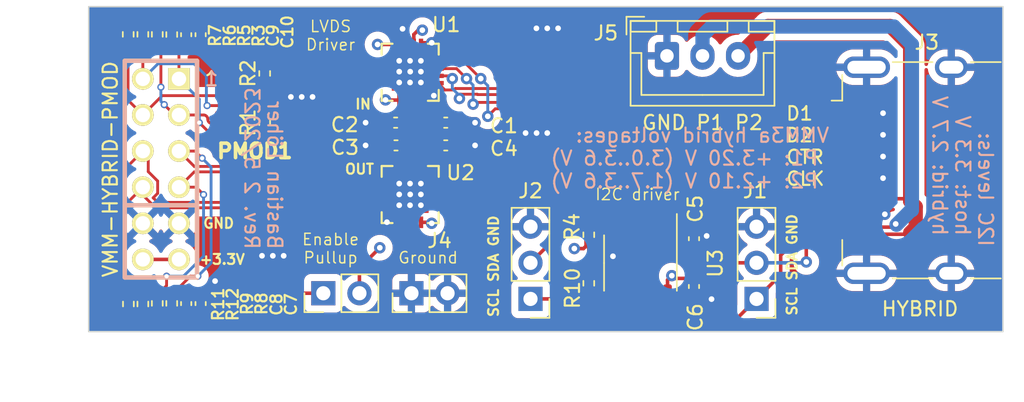
<source format=kicad_pcb>
(kicad_pcb (version 20221018) (generator pcbnew)
  (title_block (comment 4 "AISLER Project ID: AQCJHEKR"))
  (layers (0 "F.Cu" signal "1_F.Cu") (1 "In1.Cu" signal "2_In1.Cu") (2 "In2.Cu" signal "3_In2.Cu") (31 "B.Cu" signal "4_B.Cu") (34 "B.Paste" user) (35 "F.Paste" user) (36 "B.SilkS" user "B.Silkscreen") (37 "F.SilkS" user "F.Silkscreen") (38 "B.Mask" user) (39 "F.Mask" user) (44 "Edge.Cuts" user))
  (net 0 "")
  (net 1 "GND")
  (net 2 "/P1")
  (net 3 "/P2")
  (net 4 "/DATA1_P")
  (net 5 "/DATA1_N")
  (net 6 "/DATA2_P")
  (net 7 "/DATA2_N")
  (net 8 "+3.3V")
  (net 9 "/CONTROL_P")
  (net 10 "/CONTROL_N")
  (net 11 "/CLOCK_P")
  (net 12 "/CLOCK_N")
  (net 13 "/MASTER_SLAVE")
  (net 14 "/SCL_vmm")
  (net 15 "/SCL")
  (net 16 "/SDA")
  (net 17 "/SDA_vmm")
  (net 18 "/DATA1_HDMI_P")
  (net 19 "/DATA1_HDMI_N")
  (net 20 "/DATA2_HDMI_P")
  (net 21 "/DATA2_HDMI_N")
  (net 22 "/CONTROL_HDMI_P")
  (net 23 "/CONTROL_HDMI_N")
  (net 24 "/CLOCK_HDMI_P")
  (net 25 "/CLOCK_HDMI_N")
  (net 26 "Net-(JP1-A)")
  (footprint "Resistor_SMD:R_0402_1005Metric_Pad0.72x0.64mm_HandSolder" (layer "F.Cu") (at 100.33 86.9575 90)
    (fp_text reference "R12")
    (fp_text value "50R")
  )
  (footprint "Capacitor_SMD:C_0402_1005Metric_Pad0.74x0.62mm_HandSolder" (layer "F.Cu") (at 121.6375 75.8)
    (fp_text reference "C4")
    (fp_text value "100n")
  )
  (footprint "DS25CP102TSQ:QFN50P400X400X80-17N" (layer "F.Cu") (at 119.137 79.2558)
    (fp_text reference "U2")
    (fp_text value "DS25CP102TSQ/NOPB")
  )
  (footprint "Connector_PinHeader_2.54mm:PinHeader_1x03_P2.54mm_Vertical" (layer "F.Cu") (at 143.5 86.6 180)
    (fp_text reference "J1")
    (fp_text value "I2C Connector")
  )
  (footprint "Resistor_SMD:R_0402_1005Metric_Pad0.72x0.64mm_HandSolder" (layer "F.Cu") (at 99.314 86.9575 90)
    (fp_text reference "R11")
    (fp_text value "50R")
  )
  (footprint "Resistor_SMD:R_0402_1005Metric_Pad0.72x0.64mm_HandSolder" (layer "F.Cu") (at 102.362 86.9125 90)
    (fp_text reference "R8")
    (fp_text value "50R")
  )
  (footprint "Connector_HDMI:HDMI_A_Molex_208658-1001_Horizontal" (layer "F.Cu") (at 153.765 77.55)
    (fp_text reference "J3")
    (fp_text value "HDMI_A")
  )
  (footprint "Capacitor_SMD:C_0402_1005Metric_Pad0.74x0.62mm_HandSolder" (layer "F.Cu") (at 139.1 82.3625 90)
    (fp_text reference "C5")
    (fp_text value "1u")
  )
  (footprint "Capacitor_SMD:C_0402_1005Metric_Pad0.74x0.62mm_HandSolder" (layer "F.Cu") (at 118.1375 75.8 180)
    (fp_text reference "C3")
    (fp_text value "1u")
  )
  (footprint "DS25CP102TSQ:QFN50P400X400X80-17N" (layer "F.Cu") (at 119.137 70.6558 180)
    (fp_text reference "U1")
    (fp_text value "DS25CP102TSQ/NOPB")
  )
  (footprint "Capacitor_SMD:C_0402_1005Metric_Pad0.74x0.62mm_HandSolder" (layer "F.Cu") (at 103.378 86.9275 90)
    (fp_text reference "C8")
    (fp_text value "100n")
  )
  (footprint "Connector_PinHeader_2.54mm:PinHeader_1x03_P2.54mm_Vertical" (layer "F.Cu") (at 127.6 86.6 180)
    (fp_text reference "J2")
    (fp_text value "I2C Connector")
  )
  (footprint "Resistor_SMD:R_0402_1005Metric_Pad0.72x0.64mm_HandSolder" (layer "F.Cu") (at 99.3 67.9875 -90)
    (fp_text reference "R7")
    (fp_text value "50R")
  )
  (footprint "Resistor_SMD:R_0402_1005Metric_Pad0.72x0.64mm_HandSolder" (layer "F.Cu") (at 108.9 70.7375 90)
    (fp_text reference "R2")
    (fp_text value "100R")
  )
  (footprint "Resistor_SMD:R_0402_1005Metric_Pad0.72x0.64mm_HandSolder" (layer "F.Cu") (at 108.9 74.2 90)
    (fp_text reference "R1")
    (fp_text value "100R")
  )
  (footprint "Resistor_SMD:R_0402_1005Metric_Pad0.72x0.64mm_HandSolder" (layer "F.Cu") (at 131.7 82.0875 90)
    (fp_text reference "R4")
    (fp_text value "1k")
  )
  (footprint "Resistor_SMD:R_0402_1005Metric_Pad0.72x0.64mm_HandSolder" (layer "F.Cu") (at 100.33 67.9875 -90)
    (fp_text reference "R6")
    (fp_text value "50R")
  )
  (footprint "Capacitor_SMD:C_0402_1005Metric_Pad0.74x0.62mm_HandSolder" (layer "F.Cu") (at 104.394 86.9275 90)
    (fp_text reference "C7")
    (fp_text value "1u")
  )
  (footprint "Resistor_SMD:R_0402_1005Metric_Pad0.72x0.64mm_HandSolder" (layer "F.Cu") (at 102.362 68 -90)
    (fp_text reference "R3")
    (fp_text value "50R")
  )
  (footprint "pmod-conn_6x2:pmod_pin_array_6x2" (layer "F.Cu") (at 101.6 77.47)
    (fp_text reference "PMOD1")
    (fp_text value "PMOD-Device-x2-Type-XHS" hide)
  )
  (footprint "Resistor_SMD:R_0402_1005Metric_Pad0.72x0.64mm_HandSolder" (layer "F.Cu") (at 131.7 85.5 -90)
    (fp_text reference "R10")
    (fp_text value "1k")
  )
  (footprint "Capacitor_SMD:C_0402_1005Metric_Pad0.74x0.62mm_HandSolder" (layer "F.Cu") (at 118.1125 74.2 180)
    (fp_text reference "C2")
    (fp_text value "100n")
  )
  (footprint "Connector_PinHeader_2.54mm:PinHeader_1x02_P2.54mm_Vertical" (layer "F.Cu") (at 119.225 86.2 90)
    (fp_text reference "J4")
    (fp_text value "Ground Pin")
  )
  (footprint "Capacitor_SMD:C_0402_1005Metric_Pad0.74x0.62mm_HandSolder" (layer "F.Cu") (at 104.394 68.0125 -90)
    (fp_text reference "C10")
    (fp_text value "1u")
  )
  (footprint "Connector_PinHeader_2.54mm:PinHeader_1x02_P2.54mm_Vertical" (layer "F.Cu") (at 113.025 86.2 90)
    (fp_text reference "JP1" hide)
    (fp_text value "TMDS_Pullup_enable")
  )
  (footprint "Connector_JST:JST_XH_B3B-XH-A_1x03_P2.50mm_Vertical" (layer "F.Cu") (at 137.2 69.5)
    (fp_text reference "J5")
    (fp_text value "Power Input")
  )
  (footprint "Capacitor_SMD:C_0402_1005Metric_Pad0.74x0.62mm_HandSolder" (layer "F.Cu") (at 103.378 68.0125 -90)
    (fp_text reference "C9")
    (fp_text value "100n")
  )
  (footprint "Resistor_SMD:R_0402_1005Metric_Pad0.72x0.64mm_HandSolder" (layer "F.Cu") (at 101.346 86.9125 90)
    (fp_text reference "R9")
    (fp_text value "50R")
  )
  (footprint "Capacitor_SMD:C_0402_1005Metric_Pad0.74x0.62mm_HandSolder" (layer "F.Cu") (at 139.1 85.725 -90)
    (fp_text reference "C6")
    (fp_text value "100n")
  )
  (footprint "Capacitor_SMD:C_0402_1005Metric_Pad0.74x0.62mm_HandSolder" (layer "F.Cu") (at 121.6375 74.2)
    (fp_text reference "C1")
    (fp_text value "1u")
  )
  (footprint "Resistor_SMD:R_0402_1005Metric_Pad0.72x0.64mm_HandSolder" (layer "F.Cu") (at 101.346 67.9875 -90)
    (fp_text reference "R5")
    (fp_text value "50R")
  )
  (footprint "Package_SO:SOIC-8_3.9x4.9mm_P1.27mm" (layer "F.Cu") (at 135.335 84.075 -90)
    (fp_text reference "U3")
    (fp_text value "P82B715")
  )
  (gr_rect (start 96.52 66.04) (end 160.835 88.9) (stroke (width 0.1)) (fill none) (layer "Edge.Cuts"))
  (gr_text "Data makes me happy!" (at 106.172 78.994) (layer "F.Cu") (effects (font (size 0.4 0.4) (thickness 0.1) bold) (justify left bottom)))
  (gr_text "I2C levels:\n host: 3.3 V\n hybrid: 2.7 V" (at 158 83 -90) (layer "B.SilkS") (effects (font (size 1 1)) (justify left mirror)))
  (gr_text "Bastian Löher\nRev. 2 5/2023" (at 108.8 83.2 -90) (layer "B.SilkS") (effects (font (size 1 1)) (justify left mirror)))
  (gr_text "VMM3a hybrid voltages:\n P1: +3.20 V (3.0..3.6 V)\n P2: +2.10 V (1.7..3.6 V)" (at 148.7 76.7) (layer "B.SilkS") (effects (font (size 1 1)) (justify left mirror)))
  (gr_text "OUT" (at 115.57 77.47) (layer "F.SilkS") (effects (font (size 0.7 0.7))))
  (gr_text "HYBRID" (at 155 87.3) (layer "F.SilkS") (effects (font (size 1 1))))
  (gr_text "SCL SDA GND" (at 125 84.3 90) (layer "F.SilkS") (effects (font (size 0.7 0.7))))
  (gr_text "VMM-HYBRID-PMOD" (at 98.044 77.47 90) (layer "F.SilkS") (effects (font (size 1 1))))
  (gr_text "SCL SDA GND" (at 146 84.2 90) (layer "F.SilkS") (effects (font (size 0.7 0.7))))
  (gr_text "LVDS\nDriver" (at 113.538 68.072) (layer "F.SilkS") (effects (font (size 0.8 0.8) (thickness 0.1))))
  (gr_text "IN" (at 115.824 72.898) (layer "F.SilkS") (effects (font (size 0.7 0.7))))
  (gr_text "+3.3V" (at 105.918 83.82) (layer "F.SilkS") (effects (font (size 0.7 0.7))))
  (gr_text "D1\nD2\nCTR\nCLK" (at 145.5 78.7) (layer "F.SilkS") (effects (font (size 0.95 0.95) (thickness 0.15) bold) (justify left bottom)))
  (gr_text "Enable\nPullup" (at 113.538 83.058) (layer "F.SilkS") (effects (font (size 0.8 0.8) (thickness 0.1))))
  (gr_text "I2C driver" (at 135.128 79.248) (layer "F.SilkS") (effects (font (size 0.8 0.8) (thickness 0.1))))
  (gr_text "GND" (at 105.664 81.28) (layer "F.SilkS") (effects (font (size 0.7 0.7))))
  (gr_text "Ground" (at 120.396 83.7) (layer "F.SilkS") (effects (font (size 0.8 0.8) (thickness 0.1))))
  (gr_text "GND P1 P2" (at 139.7 74.2) (layer "F.SilkS") (effects (font (size 1 1))))
  (segment (start 119.391 79.5098) (end 119.137 79.2558) (width 0.25) (layer "F.Cu") (net 1))
  (segment (start 150.48 73.55) (end 152.383 73.55) (width 0.25) (layer "F.Cu") (net 1))
  (segment (start 152.383 73.55) (end 152.4 73.533) (width 0.25) (layer "F.Cu") (net 1))
  (segment (start 133.43 83.57) (end 133.4 83.6) (width 0.25) (layer "F.Cu") (net 1))
  (segment (start 139.1 81.795) (end 139.6175 81.795) (width 0.25) (layer "F.Cu") (net 1))
  (segment (start 152.369 76.55) (end 152.4 76.581) (width 0.25) (layer "F.Cu") (net 1))
  (segment (start 118.883 81.2116) (end 118.883 79.5098) (width 0.25) (layer "F.Cu") (net 1))
  (segment (start 118.883 70.369) (end 118.883 70.4018) (width 0.25) (layer "F.Cu") (net 1))
  (segment (start 119.1558 70.6558) (end 120.8 72.3) (width 0.25) (layer "F.Cu") (net 1))
  (segment (start 152.122 81.05) (end 150.48 81.05) (width 0.25) (layer "F.Cu") (net 1))
  (segment (start 139.6175 81.795) (end 139.9915 82.169) (width 0.25) (layer "F.Cu") (net 1))
  (segment (start 118.375 80.0178) (end 119.137 79.2558) (width 0.25) (layer "F.Cu") (net 1))
  (segment (start 122.5 74.2) (end 123.7 74.2) (width 0.25) (layer "F.Cu") (net 1))
  (segment (start 122.5 75.8) (end 123.7 75.8) (width 0.25) (layer "F.Cu") (net 1))
  (segment (start 118.883 69.331) (end 118.364 69.85) (width 0.25) (layer "F.Cu") (net 1))
  (segment (start 117.25 74.2) (end 116 74.2) (width 0.25) (layer "F.Cu") (net 1))
  (segment (start 119.899 68.7) (end 119.899 69.8938) (width 0.25) (layer "F.Cu") (net 1))
  (segment (start 118.883 67.717) (end 118.883 68.7) (width 0.25) (layer "F.Cu") (net 1))
  (segment (start 140.3085 86.5875) (end 140.335 86.614) (width 0.25) (layer "F.Cu") (net 1))
  (segment (start 117.275 75.8) (end 116 75.8) (width 0.25) (layer "F.Cu") (net 1))
  (segment (start 150.48 75.05) (end 152.393 75.05) (width 0.25) (layer "F.Cu") (net 1))
  (segment (start 120.65 68.58) (end 120.019 68.58) (width 0.25) (layer "F.Cu") (net 1))
  (segment (start 152.393 75.05) (end 152.4 75.057) (width 0.25) (layer "F.Cu") (net 1))
  (segment (start 119.391 81.2116) (end 118.375 81.2116) (width 0.25) (layer "F.Cu") (net 1))
  (segment (start 118.375 81.2116) (end 118.375 80.0178) (width 0.25) (layer "F.Cu") (net 1))
  (segment (start 119.137 70.6558) (end 119.1558 70.6558) (width 0.25) (layer "F.Cu") (net 1))
  (segment (start 117.5 80.8928) (end 117.5 81.2) (width 0.25) (layer "F.Cu") (net 1))
  (segment (start 120.019 68.58) (end 119.899 68.7) (width 0.25) (layer "F.Cu") (net 1))
  (segment (start 150.48 78.05) (end 152.345 78.05) (width 0.25) (layer "F.Cu") (net 1))
  (segment (start 117.5116 81.2116) (end 117.5 81.2) (width 0.25) (layer "F.Cu") (net 1))
  (segment (start 118.883 79.5098) (end 119.137 79.2558) (width 0.25) (layer "F.Cu") (net 1))
  (segment (start 119.899 69.8938) (end 119.137 70.6558) (width 0.25) (layer "F.Cu") (net 1))
  (segment (start 150.48 76.55) (end 152.369 76.55) (width 0.25) (layer "F.Cu") (net 1))
  (segment (start 118.375 81.2116) (end 117.5116 81.2116) (width 0.25) (layer "F.Cu") (net 1))
  (segment (start 104.394 86.36) (end 105.41 85.344) (width 0.25) (layer "F.Cu") (net 1))
  (segment (start 119.137 79.2558) (end 117.5 80.8928) (width 0.25) (layer "F.Cu") (net 1))
  (segment (start 133.43 81.6) (end 133.43 83.57) (width 0.25) (layer "F.Cu") (net 1))
  (segment (start 119.391 81.2116) (end 119.391 79.5098) (width 0.25) (layer "F.Cu") (net 1))
  (segment (start 152.527 80.645) (end 152.122 81.05) (width 0.25) (layer "F.Cu") (net 1))
  (segment (start 119.391 70.9098) (end 119.137 70.6558) (width 0.25) (layer "F.Cu") (net 1))
  (segment (start 118.6 67.6) (end 118.883 67.717) (width 0.25) (layer "F.Cu") (net 1))
  (segment (start 118.883 68.7) (end 118.883 69.331) (width 0.25) (layer "F.Cu") (net 1))
  (segment (start 119.391 72.6116) (end 119.391 70.9098) (width 0.25) (layer "F.Cu") (net 1))
  (segment (start 118.883 70.4018) (end 119.137 70.6558) (width 0.25) (layer "F.Cu") (net 1))
  (segment (start 118.364 69.85) (end 118.883 70.369) (width 0.25) (layer "F.Cu") (net 1))
  (segment (start 152.345 78.05) (end 152.4 78.105) (width 0.25) (layer "F.Cu") (net 1))
  (via (at 119.137 79.248) (size 0.8) (drill 0.4) (layers "F.Cu" "B.Cu") (net 1))
  (via (at 116 74.2) (size 0.8) (drill 0.4) (layers "F.Cu" "B.Cu") (net 1))
  (via (at 120.8 72.3) (size 0.8) (drill 0.4) (layers "F.Cu" "B.Cu") (net 1))
  (via (at 110.744 72.39) (size 0.8) (drill 0.4) (layers "F.Cu" "B.Cu") (net 1))
  (via (at 139.9915 82.169) (size 0.8) (drill 0.4) (layers "F.Cu" "B.Cu") (net 1))
  (via (at 152.527 80.645) (size 0.8) (drill 0.4) (layers "F.Cu" "B.Cu") (net 1))
  (via (at 119.126 71.374) (size 0.8) (drill 0.4) (layers "F.Cu" "B.Cu") (net 1))
  (via (at 112.268 72.39) (size 0.8) (drill 0.4) (layers "F.Cu" "B.Cu") (net 1))
  (via (at 152.4 73.533) (size 0.8) (drill 0.4) (layers "F.Cu" "B.Cu") (net 1))
  (via (at 119.888 71.374) (size 0.8) (drill 0.4) (layers "F.Cu" "B.Cu") (net 1))
  (via (at 123.7 75.8) (size 0.8) (drill 0.4) (layers "F.Cu" "B.Cu") (net 1))
  (via (at 109.474 83.566) (size 0.8) (drill 0.4) (layers "F.Cu" "B.Cu") (net 1))
  (via (at 129.54 67.564) (size 0.8) (drill 0.4) (layers "F.Cu" "B.Cu") (net 1))
  (via (at 128.778 67.564) (size 0.8) (drill 0.4) (layers "F.Cu" "B.Cu") (net 1))
  (via (at 119.126 80.01) (size 0.8) (drill 0.4) (layers "F.Cu" "B.Cu") (net 1))
  (via (at 119.888 79.248) (size 0.8) (drill 0.4) (layers "F.Cu" "B.Cu") (net 1))
  (via (at 128.016 67.564) (size 0.8) (drill 0.4) (layers "F.Cu" "B.Cu") (net 1))
  (via (at 118.364 80.01) (size 0.8) (drill 0.4) (layers "F.Cu" "B.Cu") (net 1))
  (via (at 152.4 76.581) (size 0.8) (drill 0.4) (layers "F.Cu" "B.Cu") (net 1))
  (via (at 119.888 78.486) (size 0.8) (drill 0.4) (layers "F.Cu" "B.Cu") (net 1))
  (via (at 128.027 74.93) (size 0.8) (drill 0.4) (layers "F.Cu" "B.Cu") (net 1))
  (via (at 118.364 69.85) (size 0.8) (drill 0.4) (layers "F.Cu" "B.Cu") (net 1))
  (via (at 110.236 83.566) (size 0.8) (drill 0.4) (layers "F.Cu" "B.Cu") (net 1))
  (via (at 119.126 69.85) (size 0.8) (drill 0.4) (layers "F.Cu" "B.Cu") (net 1))
  (via (at 118.364 70.612) (size 0.8) (drill 0.4) (layers "F.Cu" "B.Cu") (net 1))
  (via (at 152.4 78.105) (size 0.8) (drill 0.4) (layers "F.Cu" "B.Cu") (net 1))
  (via (at 118.364 71.374) (size 0.8) (drill 0.4) (layers "F.Cu" "B.Cu") (net 1))
  (via (at 108.712 83.566) (size 0.8) (drill 0.4) (layers "F.Cu" "B.Cu") (net 1))
  (via (at 127.254 74.93) (size 0.8) (drill 0.4) (layers "F.Cu" "B.Cu") (net 1))
  (via (at 118.364 78.486) (size 0.8) (drill 0.4) (layers "F.Cu" "B.Cu") (net 1))
  (via (at 118.364 79.248) (size 0.8) (drill 0.4) (layers "F.Cu" "B.Cu") (net 1))
  (via (at 133.4 83.6) (size 0.8) (drill 0.4) (layers "F.Cu" "B.Cu") (net 1))
  (via (at 119.888 69.85) (size 0.8) (drill 0.4) (layers "F.Cu" "B.Cu") (net 1))
  (via (at 119.126 78.486) (size 0.8) (drill 0.4) (layers "F.Cu" "B.Cu") (net 1))
  (via (at 105.41 85.344) (size 0.8) (drill 0.4) (layers "F.Cu" "B.Cu") (net 1))
  (via (at 111.506 72.39) (size 0.8) (drill 0.4) (layers "F.Cu" "B.Cu") (net 1))
  (via (at 118.6 67.6) (size 0.8) (drill 0.4) (layers "F.Cu" "B.Cu") (net 1))
  (via (at 117.5 81.2) (size 0.8) (drill 0.4) (layers "F.Cu" "B.Cu") (net 1))
  (via (at 140.335 86.614) (size 0.8) (drill 0.4) (layers "F.Cu" "B.Cu") (net 1))
  (via (at 123.7 74.2) (size 0.8) (drill 0.4) (layers "F.Cu" "B.Cu") (net 1))
  (via (at 116 75.8) (size 0.8) (drill 0.4) (layers "F.Cu" "B.Cu") (net 1))
  (via (at 152.4 75.057) (size 0.8) (drill 0.4) (layers "F.Cu" "B.Cu") (net 1))
  (via (at 128.778 74.93) (size 0.8) (drill 0.4) (layers "F.Cu" "B.Cu") (net 1))
  (via (at 119.137 70.612) (size 0.8) (drill 0.4) (layers "F.Cu" "B.Cu") (net 1))
  (via (at 119.888 80.01) (size 0.8) (drill 0.4) (layers "F.Cu" "B.Cu") (net 1))
  (via (at 120.65 68.58) (size 0.8) (drill 0.4) (layers "F.Cu" "B.Cu") (net 1))
  (via (at 119.888 70.612) (size 0.8) (drill 0.4) (layers "F.Cu" "B.Cu") (net 1))
  (segment (start 150.48 81.55) (end 153.0645 81.55) (width 0.25) (layer "F.Cu") (net 2))
  (segment (start 153.0645 81.55) (end 153.289 81.3255) (width 0.25) (layer "F.Cu") (net 2))
  (via (at 153.289 81.3255) (size 0.8) (drill 0.4) (layers "F.Cu" "B.Cu") (net 2))
  (segment (start 139.7 68.072) (end 139.7 69.5) (width 1) (layer "B.Cu") (net 2))
  (segment (start 154.372635 80.355) (end 153.345567 81.382068) (width 1) (layer "B.Cu") (net 2))
  (segment (start 154.432 68.707) (end 153.162 67.437) (width 1) (layer "B.Cu") (net 2))
  (segment (start 153.162 67.437) (end 140.335 67.437) (width 1) (layer "B.Cu") (net 2))
  (segment (start 154.432 80.355) (end 154.372635 80.355) (width 1) (layer "B.Cu") (net 2))
  (segment (start 154.432 80.355) (end 154.432 68.707) (width 1) (layer "B.Cu") (net 2))
  (segment (start 140.335 67.437) (end 139.7 68.072) (width 1) (layer "B.Cu") (net 2))
  (segment (start 152.9 67.4) (end 154.305 68.805) (width 1) (layer "F.Cu") (net 3))
  (segment (start 151.6465 82.0505) (end 154.2065 82.0505) (width 0.25) (layer "F.Cu") (net 3))
  (segment (start 154.305 68.805) (end 154.305 79.719) (width 1) (layer "F.Cu") (net 3))
  (segment (start 154.2065 82.0505) (end 154.305 81.952) (width 0.25) (layer "F.Cu") (net 3))
  (segment (start 151.638 82.042) (end 151.6465 82.0505) (width 0.25) (layer "F.Cu") (net 3))
  (segment (start 151.63 82.05) (end 151.638 82.042) (width 0.25) (layer "F.Cu") (net 3))
  (segment (start 142.2 69.5) (end 144.3 67.4) (width 1) (layer "F.Cu") (net 3))
  (segment (start 150.48 82.05) (end 151.63 82.05) (width 0.25) (layer "F.Cu") (net 3))
  (segment (start 154.305 81.952) (end 154.7 81.557) (width 1) (layer "F.Cu") (net 3))
  (segment (start 154.136 79.55) (end 154.305 79.719) (width 0.25) (layer "F.Cu") (net 3))
  (segment (start 154.7 80.114) (end 154.305 79.719) (width 1) (layer "F.Cu") (net 3))
  (segment (start 150.48 79.55) (end 154.136 79.55) (width 0.25) (layer "F.Cu") (net 3))
  (segment (start 144.3 67.4) (end 152.9 67.4) (width 1) (layer "F.Cu") (net 3))
  (segment (start 154.7 81.557) (end 154.7 80.114) (width 1) (layer "F.Cu") (net 3))
  (segment (start 104.3 74.2) (end 105.2125 75.1125) (width 0.2) (layer "F.Cu") (net 4))
  (segment (start 115.861221 71.707481) (end 115.964281 71.707481) (width 0.2) (layer "F.Cu") (net 4))
  (segment (start 116.317962 71.3538) (end 116.507599 71.3538) (width 0.2) (layer "F.Cu") (net 4))
  (segment (start 102.87 69.1055) (end 102.362 68.5975) (width 0.2) (layer "F.Cu") (net 4))
  (segment (start 105.2125 75.1125) (end 108.9 75.1125) (width 0.2) (layer "F.Cu") (net 4))
  (segment (start 113.178702 74.39) (end 115.861221 71.707481) (width 0.2) (layer "F.Cu") (net 4))
  (segment (start 102.87 71.12) (end 102.87 69.1055) (width 0.2) (layer "F.Cu") (net 4))
  (segment (start 109.6225 74.39) (end 113.178702 74.39) (width 0.2) (layer "F.Cu") (net 4))
  (segment (start 116.571599 71.4178) (end 117.1812 71.4178) (width 0.2) (layer "F.Cu") (net 4))
  (segment (start 116.507599 71.3538) (end 116.571599 71.4178) (width 0.2) (layer "F.Cu") (net 4))
  (segment (start 115.964281 71.707481) (end 116.317962 71.3538) (width 0.2) (layer "F.Cu") (net 4))
  (segment (start 108.9 75.1125) (end 109.6225 74.39) (width 0.2) (layer "F.Cu") (net 4))
  (via (at 104.3 74.2) (size 0.5) (drill 0.3) (layers "F.Cu" "B.Cu") (net 4))
  (segment (start 104.3 72.55) (end 104.3 74.2) (width 0.2) (layer "B.Cu") (net 4))
  (segment (start 102.87 71.12) (end 104.3 72.55) (width 0.2) (layer "B.Cu") (net 4))
  (segment (start 115.703798 71.3275) (end 113.021298 74.01) (width 0.2) (layer "F.Cu") (net 5))
  (segment (start 105.6 73.46) (end 106 73.46) (width 0.2) (layer "F.Cu") (net 5))
  (segment (start 116.160588 70.9738) (end 115.806888 71.3275) (width 0.2) (layer "F.Cu") (net 5))
  (segment (start 105.5 73.963687) (end 105.5 73.96) (width 0.2) (layer "F.Cu") (net 5))
  (segment (start 109.215 73.6025) (end 108.9 73.6025) (width 0.2) (layer "F.Cu") (net 5))
  (segment (start 106.1 73.56) (end 106.1 73.66) (width 0.2) (layer "F.Cu") (net 5))
  (segment (start 107.3 73.66) (end 107.3 74.153065) (width 0.2) (layer "F.Cu") (net 5))
  (segment (start 106.8 73.46) (end 107.2 73.46) (width 0.2) (layer "F.Cu") (net 5))
  (segment (start 106.7 73.66) (end 106.7 73.56) (width 0.2) (layer "F.Cu") (net 5))
  (segment (start 113.021298 74.01) (end 109.6225 74.01) (width 0.2) (layer "F.Cu") (net 5))
  (segment (start 101.6 68.839) (end 101.346 68.585) (width 0.2) (layer "F.Cu") (net 5))
  (segment (start 109.6225 74.01) (end 109.215 73.6025) (width 0.2) (layer "F.Cu") (net 5))
  (segment (start 107.3 73.56) (end 107.3 73.66) (width 0.2) (layer "F.Cu") (net 5))
  (segment (start 102.56 73.66) (end 101.833556 72.933556) (width 0.2) (layer "F.Cu") (net 5))
  (segment (start 115.806888 71.3275) (end 115.703798 71.3275) (width 0.2) (layer "F.Cu") (net 5))
  (segment (start 116.571599 70.9098) (end 116.507599 70.9738) (width 0.2) (layer "F.Cu") (net 5))
  (segment (start 104.9 73.96) (end 104.9 73.963687) (width 0.2) (layer "F.Cu") (net 5))
  (segment (start 108.2 73.66) (end 108.5275 73.66) (width 0.2) (layer "F.Cu") (net 5))
  (segment (start 102.87 73.66) (end 102.56 73.66) (width 0.2) (layer "F.Cu") (net 5))
  (segment (start 101.6 71.7) (end 101.6 68.839) (width 0.2) (layer "F.Cu") (net 5))
  (segment (start 106.1 73.66) (end 106.1 74.178016) (width 0.2) (layer "F.Cu") (net 5))
  (segment (start 117.1812 70.9098) (end 116.571599 70.9098) (width 0.2) (layer "F.Cu") (net 5))
  (segment (start 116.507599 70.9738) (end 116.160588 70.9738) (width 0.2) (layer "F.Cu") (net 5))
  (segment (start 107.9 74.153065) (end 107.9 73.96) (width 0.2) (layer "F.Cu") (net 5))
  (segment (start 102.87 73.66) (end 104.6 73.66) (width 0.2) (layer "F.Cu") (net 5))
  (segment (start 106.7 74.178016) (end 106.7 73.66) (width 0.2) (layer "F.Cu") (net 5))
  (segment (start 105.5 73.96) (end 105.5 73.56) (width 0.2) (layer "F.Cu") (net 5))
  (via (at 101.833556 72.933556) (size 0.5) (drill 0.3) (layers "F.Cu" "B.Cu") (net 5))
  (via (at 101.6 71.7) (size 0.5) (drill 0.3) (layers "F.Cu" "B.Cu") (net 5))
  (arc (start 105.5 73.56) (mid 105.529289 73.489289) (end 105.6 73.46) (width 0.2) (layer "F.Cu") (net 5))
  (arc (start 107.9 73.96) (mid 107.987868 73.747868) (end 108.2 73.66) (width 0.2) (layer "F.Cu") (net 5))
  (arc (start 107.6 74.453065) (mid 107.812132 74.365197) (end 107.9 74.153065) (width 0.2) (layer "F.Cu") (net 5))
  (arc (start 107.2 73.46) (mid 107.270711 73.489289) (end 107.3 73.56) (width 0.2) (layer "F.Cu") (net 5))
  (arc (start 106.4 74.478016) (mid 106.612132 74.390148) (end 106.7 74.178016) (width 0.2) (layer "F.Cu") (net 5))
  (arc (start 106.1 74.178016) (mid 106.187868 74.390148) (end 106.4 74.478016) (width 0.2) (layer "F.Cu") (net 5))
  (arc (start 106 73.46) (mid 106.070711 73.489289) (end 106.1 73.56) (width 0.2) (layer "F.Cu") (net 5))
  (arc (start 104.6 73.66) (mid 104.812132 73.747868) (end 104.9 73.96) (width 0.2) (layer "F.Cu") (net 5))
  (arc (start 105.2 74.263687) (mid 105.412132 74.175819) (end 105.5 73.963687) (width 0.2) (layer "F.Cu") (net 5))
  (arc (start 107.3 74.153065) (mid 107.387868 74.365197) (end 107.6 74.453065) (width 0.2) (layer "F.Cu") (net 5))
  (arc (start 104.9 73.963687) (mid 104.987868 74.175819) (end 105.2 74.263687) (width 0.2) (layer "F.Cu") (net 5))
  (arc (start 106.7 73.56) (mid 106.729289 73.489289) (end 106.8 73.46) (width 0.2) (layer "F.Cu") (net 5))
  (segment (start 101.6 72.7) (end 101.6 71.7) (width 0.2) (layer "B.Cu") (net 5))
  (segment (start 101.833556 72.933556) (end 101.6 72.7) (width 0.2) (layer "B.Cu") (net 5))
  (segment (start 106.5 73) (end 107.85 71.65) (width 0.2) (layer "F.Cu") (net 6))
  (segment (start 109.6225 70.9275) (end 115.641202 70.9275) (width 0.2) (layer "F.Cu") (net 6))
  (segment (start 116.571599 70.4018) (end 117.1812 70.4018) (width 0.2) (layer "F.Cu") (net 6))
  (segment (start 104.8495 73) (end 106.5 73) (width 0.2) (layer "F.Cu") (net 6))
  (segment (start 116.507599 70.3378) (end 116.571599 70.4018) (width 0.2) (layer "F.Cu") (net 6))
  (segment (start 108.9 71.65) (end 109.6225 70.9275) (width 0.2) (layer "F.Cu") (net 6))
  (segment (start 100.33 71.12) (end 100.33 68.585) (width 0.2) (layer "F.Cu") (net 6))
  (segment (start 115.641202 70.9275) (end 116.230902 70.3378) (width 0.2) (layer "F.Cu") (net 6))
  (segment (start 116.230902 70.3378) (end 116.507599 70.3378) (width 0.2) (layer "F.Cu") (net 6))
  (segment (start 107.85 71.65) (end 108.9 71.65) (width 0.2) (layer "F.Cu") (net 6))
  (via (at 104.8495 73) (size 0.5) (drill 0.3) (layers "F.Cu" "B.Cu") (net 6))
  (segment (start 104.8 73) (end 104.8495 73) (width 0.2) (layer "B.Cu") (net 6))
  (segment (start 101.392 70.058) (end 103.932 70.058) (width 0.2) (layer "B.Cu") (net 6))
  (segment (start 103.932 70.058) (end 104.8 70.926) (width 0.2) (layer "B.Cu") (net 6))
  (segment (start 100.33 71.12) (end 101.392 70.058) (width 0.2) (layer "B.Cu") (net 6))
  (segment (start 104.8 70.926) (end 104.8 73) (width 0.2) (layer "B.Cu") (net 6))
  (segment (start 108.453698 70.510314) (end 108.453697 70.510313) (width 0.2) (layer "F.Cu") (net 7))
  (segment (start 116.571599 69.8938) (end 116.507599 69.9578) (width 0.2) (layer "F.Cu") (net 7))
  (segment (start 107.697798 70.602941) (end 108.029435 70.934579) (width 0.2) (layer "F.Cu") (net 7))
  (segment (start 108.453696 70.2713) (end 108.7687 70.2713) (width 0.2) (layer "F.Cu") (net 7))
  (segment (start 99.288 68.912) (end 99.3 68.9) (width 0.2) (layer "F.Cu") (net 7))
  (segment (start 109.3075 70.5475) (end 108.9 70.14) (width 0.2) (layer "F.Cu") (net 7))
  (segment (start 99.288 72.618) (end 99.288 68.912) (width 0.2) (layer "F.Cu") (net 7))
  (segment (start 115.483798 70.5475) (end 109.3075 70.5475) (width 0.2) (layer "F.Cu") (net 7))
  (segment (start 107.27353 71.451471) (end 107.27353 71.45147) (width 0.2) (layer "F.Cu") (net 7))
  (segment (start 108.7687 70.2713) (end 108.9 70.14) (width 0.2) (layer "F.Cu") (net 7))
  (segment (start 106.596117 71.198322) (end 106.849267 71.451472) (width 0.2) (layer "F.Cu") (net 7))
  (segment (start 107.444648 70.349791) (end 107.697798 70.602941) (width 0.2) (layer "F.Cu") (net 7))
  (segment (start 107.020381 70.349793) (end 107.020384 70.349791) (width 0.2) (layer "F.Cu") (net 7))
  (segment (start 106.425 71.875736) (end 106.171851 71.622587) (width 0.2) (layer "F.Cu") (net 7))
  (segment (start 101.69 72.3) (end 106.425 72.3) (width 0.2) (layer "F.Cu") (net 7))
  (segment (start 100.33 73.66) (end 99.288 72.618) (width 0.2) (layer "F.Cu") (net 7))
  (segment (start 117.1812 69.8938) (end 116.571599 69.8938) (width 0.2) (layer "F.Cu") (net 7))
  (segment (start 106.171851 71.198323) (end 106.171853 71.198322) (width 0.2) (layer "F.Cu") (net 7))
  (segment (start 116.073498 69.9578) (end 115.483798 70.5475) (width 0.2) (layer "F.Cu") (net 7))
  (segment (start 100.33 73.66) (end 101.69 72.3) (width 0.2) (layer "F.Cu") (net 7))
  (segment (start 108.453696 70.2713) (end 108.453697 70.271299) (width 0.2) (layer "F.Cu") (net 7))
  (segment (start 107.27353 71.027206) (end 107.020381 70.774057) (width 0.2) (layer "F.Cu") (net 7))
  (segment (start 116.507599 69.9578) (end 116.073498 69.9578) (width 0.2) (layer "F.Cu") (net 7))
  (segment (start 108.268448 70.934579) (end 108.453698 70.749328) (width 0.2) (layer "F.Cu") (net 7))
  (segment (start 107.273531 71.451472) (end 107.27353 71.451471) (width 0.2) (layer "F.Cu") (net 7))
  (segment (start 108.268449 70.934579) (end 108.268448 70.934579) (width 0.2) (layer "F.Cu") (net 7))
  (arc (start 106.849267 71.451472) (mid 107.061399 71.53934) (end 107.273531 71.451472) (width 0.2) (layer "F.Cu") (net 7))
  (arc (start 107.020381 70.774057) (mid 106.932513 70.561925) (end 107.020381 70.349793) (width 0.2) (layer "F.Cu") (net 7))
  (arc (start 107.020384 70.349791) (mid 107.232516 70.261923) (end 107.444648 70.349791) (width 0.2) (layer "F.Cu") (net 7))
  (arc (start 107.27353 71.45147) (mid 107.361398 71.239338) (end 107.27353 71.027206) (width 0.2) (layer "F.Cu") (net 7))
  (arc (start 106.425 72.3) (mid 106.512868 72.087868) (end 106.425 71.875736) (width 0.2) (layer "F.Cu") (net 7))
  (arc (start 108.453698 70.749328) (mid 108.503199 70.629821) (end 108.453698 70.510314) (width 0.2) (layer "F.Cu") (net 7))
  (arc (start 106.171851 71.622587) (mid 106.083983 71.410455) (end 106.171851 71.198323) (width 0.2) (layer "F.Cu") (net 7))
  (arc (start 108.453697 70.510313) (mid 108.404195 70.390807) (end 108.453696 70.2713) (width 0.2) (layer "F.Cu") (net 7))
  (arc (start 108.029435 70.934579) (mid 108.148942 70.98408) (end 108.268449 70.934579) (width 0.2) (layer "F.Cu") (net 7))
  (arc (start 106.171853 71.198322) (mid 106.383985 71.110454) (end 106.596117 71.198322) (width 0.2) (layer "F.Cu") (net 7))
  (segment (start 119.6 76.5) (end 119.4 76.5) (width 0.25) (layer "F.Cu") (net 8))
  (segment (start 137.7355 85.1575) (end 137.541 84.963) (width 0.25) (layer "F.Cu") (net 8))
  (segment (start 118.4 76.7) (end 118.4 77.275) (width 0.25) (layer "F.Cu") (net 8))
  (segment (start 119 74.225) (end 118.975 74.2) (width 0.25) (layer "F.Cu") (net 8))
  (segment (start 118.68 74.2) (end 118.68 75.775) (width 0.25) (layer "F.Cu") (net 8))
  (segment (start 119.391 77.3) (end 119.391 76.509) (width 0.25) (layer "F.Cu") (net 8))
  (segment (start 119.391 76.509) (end 119.4 76.5) (width 0.25) (layer "F.Cu") (net 8))
  (segment (start 100.33 83.82) (end 102.87 83.82) (width 0.25) (layer "F.Cu") (net 8))
  (segment (start 118.883 74.108) (end 118.975 74.2) (width 0.25) (layer "F.Cu") (net 8))
  (segment (start 115.565 84.435) (end 115.565 86.2) (width 0.25) (layer "F.Cu") (net 8))
  (segment (start 118.4 76.4) (end 118.4 76.7) (width 0.25) (layer "F.Cu") (net 8))
  (segment (start 118.9 76.5) (end 118.6 76.5) (width 0.25) (layer "F.Cu") (net 8))
  (segment (start 119.899 77.3) (end 119.899 76.699) (width 0.25) (layer "F.Cu") (net 8))
  (segment (start 118.68 75.775) (end 118.705 75.8) (width 0.25) (layer "F.Cu") (net 8))
  (segment (start 119 75.8) (end 118.4 76.4) (width 0.25) (layer "F.Cu") (net 8))
  (segment (start 119.899 76.699) (end 119.65 76.45) (width 0.25) (layer "F.Cu") (net 8))
  (segment (start 118.375 72.6116) (end 118.375 73.6) (width 0.25) (layer "F.Cu") (net 8))
  (segment (start 118.975 74.2) (end 119.899 73.276) (width 0.25) (layer "F.Cu") (net 8))
  (segment (start 119.391 67.9992) (end 119.696102 67.694098) (width 0.25) (layer "F.Cu") (net 8))
  (segment (start 118.883 72.6116) (end 118.883 74.108) (width 0.25) (layer "F.Cu") (net 8))
  (segment (start 120.3 75.8) (end 119.65 76.45) (width 0.25) (layer "F.Cu") (net 8))
  (segment (start 130.741 83) (end 130.683 83.058) (width 0.25) (layer "F.Cu") (net 8))
  (segment (start 119.4 76.5) (end 118.9 76.5) (width 0.25) (layer "F.Cu") (net 8))
  (segment (start 118.375 73.6) (end 118.975 74.2) (width 0.25) (layer "F.Cu") (net 8))
  (segment (start 119.899 73.276) (end 119.899 72.6116) (width 0.25) (layer "F.Cu") (net 8))
  (segment (start 137.24 86.55) (end 137.24 85.264) (width 0.25) (layer "F.Cu") (net 8))
  (segment (start 120.775 75.8) (end 120.3 75.8) (width 0.25) (layer "F.Cu") (net 8))
  (segment (start 119.696102 67.694098) (end 119.990861 67.694098) (width 0.25) (layer "F.Cu") (net 8))
  (segment (start 118.883 76.517) (end 118.9 76.5) (width 0.25) (layer "F.Cu") (net 8))
  (segment (start 120.775 74.2) (end 120.775 74.152) (width 0.25) (layer "F.Cu") (net 8))
  (segment (start 116.84 68.7) (end 118.375 68.7) (width 0.25) (layer "F.Cu") (net 8))
  (segment (start 117 83) (end 115.565 84.435) (width 0.25) (layer "F.Cu") (net 8))
  (segment (start 119.899 81.2116) (end 120.5816 81.2116) (width 0.25) (layer "F.Cu") (net 8))
  (segment (start 118.375 72.6116) (end 117.4116 72.6116) (width 0.25) (layer "F.Cu") (net 8))
  (segment (start 119.391 68.7) (end 119.391 67.9992) (width 0.25) (layer "F.Cu") (net 8))
  (segment (start 118.883 77.3) (end 118.883 76.517) (width 0.25) (layer "F.Cu") (net 8))
  (segment (start 131.327 83.058) (end 131.7 82.685) (width 0.25) (layer "F.Cu") (net 8))
  (segment (start 117.4116 72.6116) (end 117.4 72.6) (width 0.25) (layer "F.Cu") (net 8))
  (segment (start 118.6 76.5) (end 118.4 76.7) (width 0.25) (layer "F.Cu") (net 8))
  (segment (start 118.4 77.275) (end 118.375 77.3) (width 0.25) (layer "F.Cu") (net 8))
  (segment (start 119.65 76.45) (end 119.6 76.5) (width 0.25) (layer "F.Cu") (net 8))
  (segment (start 139.1 85.1575) (end 137.7355 85.1575) (width 0.25) (layer "F.Cu") (net 8))
  (segment (start 131.7 84.9025) (end 131.7 82.685) (width 0.25) (layer "F.Cu") (net 8))
  (segment (start 120.775 74.152) (end 119.899 73.276) (width 0.25) (layer "F.Cu") (net 8))
  (segment (start 120.5816 81.2116) (end 120.65 81.28) (width 0.25) (layer "F.Cu") (net 8))
  (segment (start 137.24 85.264) (end 137.541 84.963) (width 0.25) (layer "F.Cu") (net 8))
  (segment (start 139.1 85.1575) (end 139.1 82.93) (width 0.25) (layer "F.Cu") (net 8))
  (segment (start 121.07 74.2) (end 121.07 75.8) (width 0.25) (layer "F.Cu") (net 8))
  (segment (start 130.683 83.058) (end 131.327 83.058) (width 0.25) (layer "F.Cu") (net 8))
  (via (at 119.990861 67.694098) (size 0.8) (drill 0.4) (layers "F.Cu" "B.Cu") (net 8))
  (via (at 130.683 83.058) (size 0.8) (drill 0.4) (layers "F.Cu" "B.Cu") (net 8))
  (via (at 120.65 81.28) (size 0.8) (drill 0.4) (layers "F.Cu" "B.Cu") (net 8))
  (via (at 117.4 72.6) (size 0.8) (drill 0.4) (layers "F.Cu" "B.Cu") (net 8))
  (via (at 116.84 68.7) (size 0.8) (drill 0.4) (layers "F.Cu" "B.Cu") (net 8))
  (via (at 117 83) (size 0.8) (drill 0.4) (layers "F.Cu" "B.Cu") (net 8))
  (via (at 137.541 84.963) (size 0.8) (drill 0.4) (layers "F.Cu" "B.Cu") (net 8))
  (segment (start 104 76.2) (end 104.5 76.7) (width 0.2) (layer "F.Cu") (net 9))
  (segment (start 116.507599 78.5578) (end 116.571599 78.4938) (width 0.2) (layer "F.Cu") (net 9))
  (segment (start 103.677 85) (end 102.362 86.315) (width 0.2) (layer "F.Cu") (net 9))
  (segment (start 102.87 76.2) (end 104 76.2) (width 0.2) (layer "F.Cu") (net 9))
  (segment (start 103.95 77.28) (end 114.848702 77.28) (width 0.2) (layer "F.Cu") (net 9))
  (segment (start 114.848702 77.28) (end 116.126502 78.5578) (width 0.2) (layer "F.Cu") (net 9))
  (segment (start 102.87 76.2) (end 103.95 77.28) (width 0.2) (layer "F.Cu") (net 9))
  (segment (start 104.2 85) (end 103.677 85) (width 0.2) (layer "F.Cu") (net 9))
  (segment (start 116.571599 78.4938) (end 117.1812 78.4938) (width 0.2) (layer "F.Cu") (net 9))
  (segment (start 116.126502 78.5578) (end 116.507599 78.5578) (width 0.2) (layer "F.Cu") (net 9))
  (via (at 104.5 76.7) (size 0.5) (drill 0.3) (layers "F.Cu" "B.Cu") (net 9))
  (via (at 104.2 85) (size 0.5) (drill 0.3) (layers "F.Cu" "B.Cu") (net 9))
  (segment (start 104.5 76.7) (end 105.13 77.33) (width 0.2) (layer "B.Cu") (net 9))
  (segment (start 105.13 84.07) (end 104.2 85) (width 0.2) (layer "B.Cu") (net 9))
  (segment (start 105.13 77.33) (end 105.13 84.07) (width 0.2) (layer "B.Cu") (net 9))
  (segment (start 102 85) (end 102 85.661) (width 0.2) (layer "F.Cu") (net 10))
  (segment (start 116.571599 79.0018) (end 117.1812 79.0018) (width 0.2) (layer "F.Cu") (net 10))
  (segment (start 102.87 78.74) (end 103.95 77.66) (width 0.2) (layer "F.Cu") (net 10))
  (segment (start 116.507599 78.9378) (end 116.571599 79.0018) (width 0.2) (layer "F.Cu") (net 10))
  (segment (start 115.969098 78.9378) (end 116.507599 78.9378) (width 0.2) (layer "F.Cu") (net 10))
  (segment (start 104.0795 78.74) (end 104.6 79.2605) (width 0.2) (layer "F.Cu") (net 10))
  (segment (start 102.87 78.74) (end 104.0795 78.74) (width 0.2) (layer "F.Cu") (net 10))
  (segment (start 102 85.661) (end 101.346 86.315) (width 0.2) (layer "F.Cu") (net 10))
  (segment (start 114.691298 77.66) (end 115.969098 78.9378) (width 0.2) (layer "F.Cu") (net 10))
  (segment (start 103.95 77.66) (end 114.691298 77.66) (width 0.2) (layer "F.Cu") (net 10))
  (via (at 102 85) (size 0.5) (drill 0.3) (layers "F.Cu" "B.Cu") (net 10))
  (via (at 104.6 79.2605) (size 0.5) (drill 0.3) (layers "F.Cu" "B.Cu") (net 10))
  (segment (start 104.6 83.591895) (end 103.191895 85) (width 0.2) (layer "B.Cu") (net 10))
  (segment (start 103.191895 85) (end 102 85) (width 0.2) (layer "B.Cu") (net 10))
  (segment (start 104.6 79.2605) (end 104.6 83.591895) (width 0.2) (layer "B.Cu") (net 10))
  (segment (start 101.372 79.171611) (end 101.056765 79.486846) (width 0.2) (layer "F.Cu") (net 11))
  (segment (start 98.225 78.305) (end 98.225 86.019356) (width 0.2) (layer "F.Cu") (net 11))
  (segment (start 101.372 78.308389) (end 101.372 79.171611) (width 0.2) (layer "F.Cu") (net 11))
  (segment (start 100.33 76.2) (end 100.71 76.58) (width 0.2) (layer "F.Cu") (net 11))
  (segment (start 101.056765 79.486846) (end 101.379919 79.81) (width 0.2) (layer "F.Cu") (net 11))
  (segment (start 100.71 77.646389) (end 101.372 78.308389) (width 0.2) (layer "F.Cu") (net 11))
  (segment (start 116.021498 79.5098) (end 117.1812 79.5098) (width 0.2) (layer "F.Cu") (net 11))
  (segment (start 100.71 76.58) (end 100.71 77.646389) (width 0.2) (layer "F.Cu") (net 11))
  (segment (start 115.721298 79.81) (end 116.021498 79.5098) (width 0.2) (layer "F.Cu") (net 11))
  (segment (start 98.565644 86.36) (end 98.225 86.019356) (width 0.2) (layer "F.Cu") (net 11))
  (segment (start 99.314 86.36) (end 98.565644 86.36) (width 0.2) (layer "F.Cu") (net 11))
  (segment (start 101.379919 79.81) (end 115.721298 79.81) (width 0.2) (layer "F.Cu") (net 11))
  (segment (start 100.33 76.2) (end 98.225 78.305) (width 0.2) (layer "F.Cu") (net 11))
  (segment (start 117.1634 80) (end 117.1812 80.0178) (width 0.2) (layer "F.Cu") (net 12))
  (segment (start 112.2 80.740554) (end 112.2 80.49) (width 0.2) (layer "F.Cu") (net 12))
  (segment (start 112.5 80.19) (end 114.038042 80.19) (width 0.2) (layer "F.Cu") (net 12))
  (segment (start 110.4 80.49) (end 110.4 80.74056) (width 0.2) (layer "F.Cu") (net 12))
  (segment (start 114.038042 80.19) (end 115.878702 80.19) (width 0.2) (layer "F.Cu") (net 12))
  (segment (start 100.33 78.74) (end 100.33 79.297485) (width 0.2) (layer "F.Cu") (net 12))
  (segment (start 111.6 80.49) (end 111.6 80.740554) (width 0.2) (layer "F.Cu") (net 12))
  (segment (start 101.222515 80.19) (end 110.1 80.19) (width 0.2) (layer "F.Cu") (net 12))
  (segment (start 100.33 79.297485) (end 101.222515 80.19) (width 0.2) (layer "F.Cu") (net 12))
  (segment (start 115.878702 80.19) (end 116.068702 80) (width 0.2) (layer "F.Cu") (net 12))
  (segment (start 111 80.74056) (end 111 80.49) (width 0.2) (layer "F.Cu") (net 12))
  (segment (start 99.06 80.01) (end 99.06 85.09) (width 0.2) (layer "F.Cu") (net 12))
  (segment (start 99.06 85.09) (end 100.33 86.36) (width 0.2) (layer "F.Cu") (net 12))
  (segment (start 100.33 78.74) (end 99.06 80.01) (width 0.2) (layer "F.Cu") (net 12))
  (segment (start 116.068702 80) (end 117.1634 80) (width 0.2) (layer "F.Cu") (net 12))
  (arc (start 111.3 80.19) (mid 111.512132 80.277868) (end 111.6 80.49) (width 0.2) (layer "F.Cu") (net 12))
  (arc (start 110.4 80.74056) (mid 110.487868 80.952692) (end 110.7 81.04056) (width 0.2) (layer "F.Cu") (net 12))
  (arc (start 110.7 81.04056) (mid 110.912132 80.952692) (end 111 80.74056) (width 0.2) (layer "F.Cu") (net 12))
  (arc (start 110.1 80.19) (mid 110.312132 80.277868) (end 110.4 80.49) (width 0.2) (layer "F.Cu") (net 12))
  (arc (start 111 80.49) (mid 111.087868 80.277868) (end 111.3 80.19) (width 0.2) (layer "F.Cu") (net 12))
  (arc (start 111.6 80.740554) (mid 111.687868 80.952686) (end 111.9 81.040554) (width 0.2) (layer "F.Cu") (net 12))
  (arc (start 112.2 80.49) (mid 112.287868 80.277868) (end 112.5 80.19) (width 0.2) (layer "F.Cu") (net 12))
  (arc (start 111.9 81.040554) (mid 112.112132 80.952686) (end 112.2 80.740554) (width 0.2) (layer "F.Cu") (net 12))
  (segment (start 142.25 87.85) (end 143.5 86.6) (width 0.25) (layer "F.Cu") (net 14))
  (segment (start 143.5 86.6) (end 145.198 84.902) (width 0.25) (layer "F.Cu") (net 14))
  (segment (start 136.893249 87.85) (end 142.25 87.85) (width 0.25) (layer "F.Cu") (net 14))
  (segment (start 145.198 83.529) (end 148.677 80.05) (width 0.25) (layer "F.Cu") (net 14))
  (segment (start 135.97 86.926751) (end 136.893249 87.85) (width 0.25) (layer "F.Cu") (net 14))
  (segment (start 145.198 84.902) (end 145.198 83.529) (width 0.25) (layer "F.Cu") (net 14))
  (segment (start 148.677 80.05) (end 150.48 80.05) (width 0.25) (layer "F.Cu") (net 14))
  (segment (start 135.97 86.55) (end 135.97 86.926751) (width 0.25) (layer "F.Cu") (net 14))
  (segment (start 133.233249 88) (end 133.9 88) (width 0.25) (layer "F.Cu") (net 15))
  (segment (start 131.1975 86.6) (end 131.7 86.0975) (width 0.25) (layer "F.Cu") (net 15))
  (segment (start 127.6 86.6) (end 131.1975 86.6) (width 0.25) (layer "F.Cu") (net 15))
  (segment (start 131.7 86.466751) (end 131.7 86.0975) (width 0.25) (layer "F.Cu") (net 15))
  (segment (start 134.7 87.2) (end 134.7 86.55) (width 0.25) (layer "F.Cu") (net 15))
  (segment (start 133.233249 88) (end 131.7 86.466751) (width 0.25) (layer "F.Cu") (net 15))
  (segment (start 133.9 88) (end 134.7 87.2) (width 0.25) (layer "F.Cu") (net 15))
  (segment (start 134.7 81.223249) (end 134.7 81.6) (width 0.25) (layer "F.Cu") (net 16))
  (segment (start 133.776751 80.3) (end 134.7 81.223249) (width 0.25) (layer "F.Cu") (net 16))
  (segment (start 132.89 80.3) (end 133.776751 80.3) (width 0.25) (layer "F.Cu") (net 16))
  (segment (start 131.7 81.49) (end 132.89 80.3) (width 0.25) (layer "F.Cu") (net 16))
  (segment (start 130.17 81.49) (end 131.7 81.49) (width 0.25) (layer "F.Cu") (net 16))
  (segment (start 127.6 84.06) (end 130.17 81.49) (width 0.25) (layer "F.Cu") (net 16))
  (segment (start 139.232995 80.3) (end 140.716 81.783005) (width 0.25) (layer "F.Cu") (net 17))
  (segment (start 136.893249 80.3) (end 139.232995 80.3) (width 0.25) (layer "F.Cu") (net 17))
  (segment (start 147 82.43) (end 148.88 80.55) (width 0.25) (layer "F.Cu") (net 17))
  (segment (start 135.97 81.6) (end 135.97 81.223249) (width 0.25) (layer "F.Cu") (net 17))
  (segment (start 140.716 83.566) (end 141.21 84.06) (width 0.25) (layer "F.Cu") (net 17))
  (segment (start 148.88 80.55) (end 150.48 80.55) (width 0.25) (layer "F.Cu") (net 17))
  (segment (start 135.97 81.223249) (end 136.893249 80.3) (width 0.25) (layer "F.Cu") (net 17))
  (segment (start 141.21 84.06) (end 143.5 84.06) (width 0.25) (layer "F.Cu") (net 17))
  (segment (start 140.716 81.783005) (end 140.716 83.566) (width 0.25) (layer "F.Cu") (net 17))
  (segment (start 147 84) (end 147 82.43) (width 0.25) (layer "F.Cu") (net 17))
  (via (at 147 84) (size 0.8) (drill 0.4) (layers "F.Cu" "B.Cu") (net 17))
  (segment (start 147 84) (end 146.94 84.06) (width 0.25) (layer "B.Cu") (net 17))
  (segment (start 146.94 84.06) (end 143.5 84.06) (width 0.25) (layer "B.Cu") (net 17))
  (segment (start 129.2 70.977003) (end 129.247363 70.977965) (width 0.2) (layer "F.Cu") (net 18))
  (segment (start 128.64732 71.798769) (end 128.737329 71.769523) (width 0.2) (layer "F.Cu") (net 18))
  (segment (start 129.5 71.5) (end 129.501231 71.54732) (width 0.2) (layer "F.Cu") (net 18))
  (segment (start 130.7 71.277003) (end 130.7 71.5) (width 0.2) (layer "F.Cu") (net 18))
  (segment (start 128.047363 70.977965) (end 128.137452 71.007237) (width 0.2) (layer "F.Cu") (net 18))
  (segment (start 128.269764 71.139551) (end 128.299035 71.22964) (width 0.2) (layer "F.Cu") (net 18))
  (segment (start 129.75268 71.798769) (end 129.8 71.8) (width 0.2) (layer "F.Cu") (net 18))
  (segment (start 128.9 71.277003) (end 128.900962 71.22964) (width 0.2) (layer "F.Cu") (net 18))
  (segment (start 130.95268 71.798769) (end 131 71.8) (width 0.2) (layer "F.Cu") (net 18))
  (segment (start 126.937452 71.007237) (end 127.014086 71.062916) (width 0.2) (layer "F.Cu") (net 18))
  (segment (start 130.669764 71.139551) (end 130.699035 71.22964) (width 0.2) (layer "F.Cu") (net 18))
  (segment (start 126.413895 71.713895) (end 126.469523 71.637329) (width 0.2) (layer "F.Cu") (net 18))
  (segment (start 131.7682 71.8) (end 133.2682 73.3) (width 0.2) (layer "F.Cu") (net 18))
  (segment (start 127.130477 71.637329) (end 127.186105 71.713895) (width 0.2) (layer "F.Cu") (net 18))
  (segment (start 129.586105 71.713895) (end 129.662671 71.769523) (width 0.2) (layer "F.Cu") (net 18))
  (segment (start 129.937329 71.769523) (end 130.013895 71.713895) (width 0.2) (layer "F.Cu") (net 18))
  (segment (start 127.700962 71.22964) (end 127.730233 71.139549) (width 0.2) (layer "F.Cu") (net 18))
  (segment (start 130.7 71.5) (end 130.701231 71.54732) (width 0.2) (layer "F.Cu") (net 18))
  (segment (start 129.414086 71.062916) (end 129.469764 71.139551) (width 0.2) (layer "F.Cu") (net 18))
  (segment (start 128.330477 71.637329) (end 128.386105 71.713895) (width 0.2) (layer "F.Cu") (net 18))
  (segment (start 130.1 71.5) (end 130.1 71.277003) (width 0.2) (layer "F.Cu") (net 18))
  (segment (start 130.069523 71.637329) (end 130.098769 71.54732) (width 0.2) (layer "F.Cu") (net 18))
  (segment (start 126.469523 71.637329) (end 126.498769 71.54732) (width 0.2) (layer "F.Cu") (net 18))
  (segment (start 128.137452 71.007237) (end 128.214086 71.062916) (width 0.2) (layer "F.Cu") (net 18))
  (segment (start 129.662671 71.769523) (end 129.75268 71.798769) (width 0.2) (layer "F.Cu") (net 18))
  (segment (start 129.501231 71.54732) (end 129.530477 71.637329) (width 0.2) (layer "F.Cu") (net 18))
  (segment (start 126.8 70.977003) (end 126.847363 70.977965) (width 0.2) (layer "F.Cu") (net 18))
  (segment (start 128.299035 71.22964) (end 128.3 71.277003) (width 0.2) (layer "F.Cu") (net 18))
  (segment (start 121.0928 71.4178) (end 121.575 71.9) (width 0.2) (layer "F.Cu") (net 18))
  (segment (start 130.262547 71.007234) (end 130.352637 70.977962) (width 0.2) (layer "F.Cu") (net 18))
  (segment (start 127.862547 71.007234) (end 127.952637 70.977962) (width 0.2) (layer "F.Cu") (net 18))
  (segment (start 128.301231 71.54732) (end 128.330477 71.637329) (width 0.2) (layer "F.Cu") (net 18))
  (segment (start 127.35268 71.798769) (end 127.4 71.8) (width 0.2) (layer "F.Cu") (net 18))
  (segment (start 130.537452 71.007237) (end 130.614086 71.062916) (width 0.2) (layer "F.Cu") (net 18))
  (segment (start 128.930233 71.139549) (end 128.985911 71.062914) (width 0.2) (layer "F.Cu") (net 18))
  (segment (start 122.30955 71.8) (end 126.2 71.8) (width 0.2) (layer "F.Cu") (net 18))
  (segment (start 129.499035 71.22964) (end 129.5 71.277003) (width 0.2) (layer "F.Cu") (net 18))
  (segment (start 127.262671 71.769523) (end 127.35268 71.798769) (width 0.2) (layer "F.Cu") (net 18))
  (segment (start 129.469764 71.139551) (end 129.499035 71.22964) (width 0.2) (layer "F.Cu") (net 18))
  (segment (start 127.186105 71.713895) (end 127.262671 71.769523) (width 0.2) (layer "F.Cu") (net 18))
  (segment (start 128 70.977003) (end 128.047363 70.977965) (width 0.2) (layer "F.Cu") (net 18))
  (segment (start 130.614086 71.062916) (end 130.669764 71.139551) (width 0.2) (layer "F.Cu") (net 18))
  (segment (start 128.900962 71.22964) (end 128.930233 71.139549) (width 0.2) (layer "F.Cu") (net 18))
  (segment (start 127.069764 71.139551) (end 127.099035 71.22964) (width 0.2) (layer "F.Cu") (net 18))
  (segment (start 127.1 71.277003) (end 127.1 71.5) (width 0.2) (layer "F.Cu") (net 18))
  (segment (start 127.4 71.8) (end 127.44732 71.798769) (width 0.2) (layer "F.Cu") (net 18))
  (segment (start 128.3 71.277003) (end 128.3 71.5) (width 0.2) (layer "F.Cu") (net 18))
  (segment (start 126.662547 71.007234) (end 126.752637 70.977962) (width 0.2) (layer "F.Cu") (net 18))
  (segment (start 128.3 71.5) (end 128.301231 71.54732) (width 0.2) (layer "F.Cu") (net 18))
  (segment (start 130.130233 71.139549) (end 130.185911 71.062914) (width 0.2) (layer "F.Cu") (net 18))
  (segment (start 127.44732 71.798769) (end 127.537329 71.769523) (width 0.2) (layer "F.Cu") (net 18))
  (segment (start 128.737329 71.769523) (end 128.813895 71.713895) (width 0.2) (layer "F.Cu") (net 18))
  (segment (start 127.730233 71.139549) (end 127.785911 71.062914) (width 0.2) (layer "F.Cu") (net 18))
  (segment (start 127.952637 70.977962) (end 128 70.977003) (width 0.2) (layer "F.Cu") (net 18))
  (segment (start 128.9 71.5) (end 128.9 71.277003) (width 0.2) (layer "F.Cu") (net 18))
  (segment (start 127.613895 71.713895) (end 127.669523 71.637329) (width 0.2) (layer "F.Cu") (net 18))
  (segment (start 128.898769 71.54732) (end 128.9 71.5) (width 0.2) (layer "F.Cu") (net 18))
  (segment (start 130.352637 70.977962) (end 130.4 70.977003) (width 0.2) (layer "F.Cu") (net 18))
  (segment (start 127.7 71.5) (end 127.7 71.277003) (width 0.2) (layer "F.Cu") (net 18))
  (segment (start 128.386105 71.713895) (end 128.462671 71.769523) (width 0.2) (layer "F.Cu") (net 18))
  (segment (start 148.68 73.3) (end 148.93 73.05) (width 0.2) (layer "F.Cu") (net 18))
  (segment (start 130.447363 70.977965) (end 130.537452 71.007237) (width 0.2) (layer "F.Cu") (net 18))
  (segment (start 126.752637 70.977962) (end 126.8 70.977003) (width 0.2) (layer "F.Cu") (net 18))
  (segment (start 128.869523 71.637329) (end 128.898769 71.54732) (width 0.2) (layer "F.Cu") (net 18))
  (segment (start 130.4 70.977003) (end 130.447363 70.977965) (width 0.2) (layer "F.Cu") (net 18))
  (segment (start 127.101231 71.54732) (end 127.130477 71.637329) (width 0.2) (layer "F.Cu") (net 18))
  (segment (start 131 71.8) (end 131.7682 71.8) (width 0.2) (layer "F.Cu") (net 18))
  (segment (start 130.862671 71.769523) (end 130.95268 71.798769) (width 0.2) (layer "F.Cu") (net 18))
  (segment (start 129.247363 70.977965) (end 129.337452 71.007237) (width 0.2) (layer "F.Cu") (net 18))
  (segment (start 148.93 73.05) (end 150.48 73.05) (width 0.2) (layer "F.Cu") (net 18))
  (segment (start 127.698769 71.54732) (end 127.7 71.5) (width 0.2) (layer "F.Cu") (net 18))
  (segment (start 126.337329 71.769523) (end 126.413895 71.713895) (width 0.2) (layer "F.Cu") (net 18))
  (segment (start 129.152637 70.977962) (end 129.2 70.977003) (width 0.2) (layer "F.Cu") (net 18))
  (segment (start 127.1 71.5) (end 127.101231 71.54732) (width 0.2) (layer "F.Cu") (net 18))
  (segment (start 126.585911 71.062914) (end 126.662547 71.007234) (width 0.2) (layer "F.Cu") (net 18))
  (segment (start 128.55268 71.798769) (end 128.6 71.8) (width 0.2) (layer "F.Cu") (net 18))
  (segment (start 126.500962 71.22964) (end 126.530233 71.139549) (width 0.2) (layer "F.Cu") (net 18))
  (segment (start 128.6 71.8) (end 128.64732 71.798769) (width 0.2) (layer "F.Cu") (net 18))
  (segment (start 130.100962 71.22964) (end 130.130233 71.139549) (width 0.2) (layer "F.Cu") (net 18))
  (segment (start 128.985911 71.062914) (end 129.062547 71.007234) (width 0.2) (layer "F.Cu") (net 18))
  (segment (start 127.014086 71.062916) (end 127.069764 71.139551) (width 0.2) (layer "F.Cu") (net 18))
  (segment (start 130.013895 71.713895) (end 130.069523 71.637329) (width 0.2) (layer "F.Cu") (net 18))
  (segment (start 127.785911 71.062914) (end 127.862547 71.007234) (width 0.2) (layer "F.Cu") (net 18))
  (segment (start 130.701231 71.54732) (end 130.730477 71.637329) (width 0.2) (layer "F.Cu") (net 18))
  (segment (start 126.5 71.5) (end 126.5 71.277003) (width 0.2) (layer "F.Cu") (net 18))
  (segment (start 133.2682 73.3) (end 148.68 73.3) (width 0.2) (layer "F.Cu") (net 18))
  (segment (start 128.462671 71.769523) (end 128.55268 71.798769) (width 0.2) (layer "F.Cu") (net 18))
  (segment (start 129.062547 71.007234) (end 129.152637 70.977962) (width 0.2) (layer "F.Cu") (net 18))
  (segment (start 130.1 71.277003) (end 130.100962 71.22964) (width 0.2) (layer "F.Cu") (net 18))
  (segment (start 127.669523 71.637329) (end 127.698769 71.54732) (width 0.2) (layer "F.Cu") (net 18))
  (segment (start 126.530233 71.139549) (end 126.585911 71.062914) (width 0.2) (layer "F.Cu") (net 18))
  (segment (start 127.099035 71.22964) (end 127.1 71.277003) (width 0.2) (layer "F.Cu") (net 18))
  (segment (start 129.530477 71.637329) (end 129.586105 71.713895) (width 0.2) (layer "F.Cu") (net 18))
  (segment (start 128.214086 71.062916) (end 128.269764 71.139551) (width 0.2) (layer "F.Cu") (net 18))
  (segment (start 127.7 71.277003) (end 127.700962 71.22964) (width 0.2) (layer "F.Cu") (net 18))
  (segment (start 129.337452 71.007237) (end 129.414086 71.062916) (width 0.2) (layer "F.Cu") (net 18))
  (segment (start 122.20955 71.9) (end 122.30955 71.8) (width 0.2) (layer "F.Cu") (net 18))
  (segment (start 130.730477 71.637329) (end 130.786105 71.713895) (width 0.2) (layer "F.Cu") (net 18))
  (segment (start 129.84732 71.798769) (end 129.937329 71.769523) (width 0.2) (layer "F.Cu") (net 18))
  (segment (start 127.537329 71.769523) (end 127.613895 71.713895) (width 0.2) (layer "F.Cu") (net 18))
  (segment (start 126.2 71.8) (end 126.24732 71.798769) (width 0.2) (layer "F.Cu") (net 18))
  (segment (start 121.575 71.9) (end 122.20955 71.9) (width 0.2) (layer "F.Cu") (net 18))
  (segment (start 130.185911 71.062914) (end 130.262547 71.007234) (width 0.2) (layer "F.Cu") (net 18))
  (segment (start 130.786105 71.713895) (end 130.862671 71.769523) (width 0.2) (layer "F.Cu") (net 18))
  (segment (start 126.24732 71.798769) (end 126.337329 71.769523) (width 0.2) (layer "F.Cu") (net 18))
  (segment (start 130.699035 71.22964) (end 130.7 71.277003) (width 0.2) (layer "F.Cu") (net 18))
  (segment (start 126.5 71.277003) (end 126.500962 71.22964) (width 0.2) (layer "F.Cu") (net 18))
  (segment (start 129.8 71.8) (end 129.84732 71.798769) (width 0.2) (layer "F.Cu") (net 18))
  (segment (start 126.847363 70.977965) (end 126.937452 71.007237) (width 0.2) (layer "F.Cu") (net 18))
  (segment (start 128.813895 71.713895) (end 128.869523 71.637329) (width 0.2) (layer "F.Cu") (net 18))
  (segment (start 126.498769 71.54732) (end 126.5 71.5) (width 0.2) (layer "F.Cu") (net 18))
  (segment (start 130.098769 71.54732) (end 130.1 71.5) (width 0.2) (layer "F.Cu") (net 18))
  (segment (start 129.5 71.277003) (end 129.5 71.5) (width 0.2) (layer "F.Cu") (net 18))
  (segment (start 123.850814 72.1995) (end 123.876314 72.225) (width 0.2) (layer "F.Cu") (net 19))
  (segment (start 121.9093 70.9098) (end 122.1 71.1005) (width 0.2) (layer "F.Cu") (net 19))
  (segment (start 131.6068 72.225) (end 133.1568 73.775) (width 0.2) (layer "F.Cu") (net 19))
  (segment (start 122.6 72.4995) (end 122.6 72.3) (width 0.2) (layer "F.Cu") (net 19))
  (segment (start 122.6 72.3) (end 122.7005 72.1995) (width 0.2) (layer "F.Cu") (net 19))
  (segment (start 133.1568 73.775) (end 148.254999 73.775) (width 0.2) (layer "F.Cu") (net 19))
  (segment (start 122.7005 72.1995) (end 123.850814 72.1995) (width 0.2) (layer "F.Cu") (net 19))
  (segment (start 148.254999 73.775) (end 148.529999 74.05) (width 0.2) (layer "F.Cu") (net 19))
  (segment (start 123.876314 72.225) (end 131.6068 72.225) (width 0.2) (layer "F.Cu") (net 19))
  (segment (start 121.0928 70.9098) (end 121.9093 70.9098) (width 0.2) (layer "F.Cu") (net 19))
  (segment (start 148.529999 74.05) (end 150.48 74.05) (width 0.2) (layer "F.Cu") (net 19))
  (via (at 122.6 72.4995) (size 0.8) (drill 0.4) (layers "F.Cu" "B.Cu") (net 19))
  (via (at 122.1 71.1005) (size 0.8) (drill 0.4) (layers "F.Cu" "B.Cu") (net 19))
  (segment (start 122.5 72.2) (end 122.6 72.3) (width 0.2) (layer "B.Cu") (net 19))
  (segment (start 122.1 71.8) (end 122.5 72.2) (width 0.2) (layer "B.Cu") (net 19))
  (segment (start 122.6 72.3) (end 122.6 72.4995) (width 0.2) (layer "B.Cu") (net 19))
  (segment (start 122.1 71.1005) (end 122.1 71.8) (width 0.2) (layer "B.Cu") (net 19))
  (segment (start 148.529999 74.55) (end 150.48 74.55) (width 0.2) (layer "F.Cu") (net 20))
  (segment (start 131.243674 73.929119) (end 131.243675 73.929118) (width 0.2) (layer "F.Cu") (net 20))
  (segment (start 131.243675 73.929118) (end 131.057627 74.115163) (width 0.2) (layer "F.Cu") (net 20))
  (segment (start 131.057628 74.539428) (end 131.3432 74.825) (width 0.2) (layer "F.Cu") (net 20))
  (segment (start 123.560864 72.8995) (end 123.685364 72.775) (width 0.2) (layer "F.Cu") (net 20))
  (segment (start 122.399503 70.4005) (end 123.099503 71.1005) (width 0.2) (layer "F.Cu") (net 20))
  (segment (start 130.633365 73.690899) (end 130.633364 73.6909) (width 0.2) (layer "F.Cu") (net 20))
  (segment (start 131.057627 74.539427) (end 131.057628 74.539428) (width 0.2) (layer "F.Cu") (net 20))
  (segment (start 131.3432 74.825) (end 148.254999 74.825) (width 0.2) (layer "F.Cu") (net 20))
  (segment (start 123.685364 72.775) (end 129.2932 72.775) (width 0.2) (layer "F.Cu") (net 20))
  (segment (start 148.254999 74.825) (end 148.529999 74.55) (width 0.2) (layer "F.Cu") (net 20))
  (segment (start 130.633364 73.6909) (end 130.819411 73.504854) (width 0.2) (layer "F.Cu") (net 20))
  (segment (start 129.2932 72.775) (end 130.2091 73.6909) (width 0.2) (layer "F.Cu") (net 20))
  (segment (start 121.0941 70.4005) (end 122.399503 70.4005) (width 0.2) (layer "F.Cu") (net 20))
  (segment (start 121.0928 70.4018) (end 121.0941 70.4005) (width 0.2) (layer "F.Cu") (net 20))
  (via (at 123.099503 71.1005) (size 0.8) (drill 0.4) (layers "F.Cu" "B.Cu") (net 20))
  (via (at 123.560864 72.8995) (size 0.8) (drill 0.4) (layers "F.Cu" "B.Cu") (net 20))
  (arc (start 130.819411 73.504854) (mid 131.031543 73.416986) (end 131.243675 73.504854) (width 0.2) (layer "F.Cu") (net 20))
  (arc (start 130.2091 73.6909) (mid 130.421234 73.778769) (end 130.633365 73.690899) (width 0.2) (layer "F.Cu") (net 20))
  (arc (start 131.057627 74.115163) (mid 130.969759 74.327295) (end 131.057627 74.539427) (width 0.2) (layer "F.Cu") (net 20))
  (arc (start 131.243675 73.504854) (mid 131.331542 73.716986) (end 131.243674 73.929119) (width 0.2) (layer "F.Cu") (net 20))
  (segment (start 123.560864 72.8995) (end 123.560864 71.561861) (width 0.2) (layer "B.Cu") (net 20))
  (segment (start 123.560864 71.561861) (end 123.099503 71.1005) (width 0.2) (layer "B.Cu") (net 20))
  (segment (start 124.593982 73.753009) (end 125.121991 73.225) (width 0.2) (layer "F.Cu") (net 21))
  (segment (start 148.254999 75.275) (end 148.529999 75.55) (width 0.2) (layer "F.Cu") (net 21))
  (segment (start 129.1068 73.225) (end 131.1568 75.275) (width 0.2) (layer "F.Cu") (net 21))
  (segment (start 148.529999 75.55) (end 150.48 75.55) (width 0.2) (layer "F.Cu") (net 21))
  (segment (start 121.0928 69.8938) (end 122.89286 69.8938) (width 0.2) (layer "F.Cu") (net 21))
  (segment (start 131.1568 75.275) (end 148.254999 75.275) (width 0.2) (layer "F.Cu") (net 21))
  (segment (start 125.121991 73.225) (end 129.1068 73.225) (width 0.2) (layer "F.Cu") (net 21))
  (segment (start 122.89286 69.8938) (end 124.099005 71.099945) (width 0.2) (layer "F.Cu") (net 21))
  (via (at 124.099005 71.099945) (size 0.8) (drill 0.4) (layers "F.Cu" "B.Cu") (net 21))
  (via (at 124.593982 73.753009) (size 0.8) (drill 0.4) (layers "F.Cu" "B.Cu") (net 21))
  (segment (start 124.593982 73.753009) (end 124.593982 71.594922) (width 0.2) (layer "B.Cu") (net 21))
  (segment (start 124.593982 71.594922) (end 124.099005 71.099945) (width 0.2) (layer "B.Cu") (net 21))
  (segment (start 121.0928 78.4938) (end 121.702401 78.4938) (width 0.2) (layer "F.Cu") (net 22))
  (segment (start 126.2568 76.325) (end 148.254999 76.325) (width 0.2) (layer "F.Cu") (net 22))
  (segment (start 121.702401 78.4938) (end 121.731401 78.5228) (width 0.2) (layer "F.Cu") (net 22))
  (segment (start 148.529999 76.05) (end 150.48 76.05) (width 0.2) (layer "F.Cu") (net 22))
  (segment (start 124.059 78.5228) (end 126.2568 76.325) (width 0.2) (layer "F.Cu") (net 22))
  (segment (start 148.254999 76.325) (end 148.529999 76.05) (width 0.2) (layer "F.Cu") (net 22))
  (segment (start 121.731401 78.5228) (end 124.059 78.5228) (width 0.2) (layer "F.Cu") (net 22))
  (segment (start 148.529999 77.05) (end 150.48 77.05) (width 0.2) (layer "F.Cu") (net 23))
  (segment (start 148.254999 76.775) (end 148.529999 77.05) (width 0.2) (layer "F.Cu") (net 23))
  (segment (start 124.2454 78.9728) (end 126.4432 76.775) (width 0.2) (layer "F.Cu") (net 23))
  (segment (start 121.702401 79.0018) (end 121.731401 78.9728) (width 0.2) (layer "F.Cu") (net 23))
  (segment (start 126.4432 76.775) (end 148.254999 76.775) (width 0.2) (layer "F.Cu") (net 23))
  (segment (start 121.731401 78.9728) (end 124.2454 78.9728) (width 0.2) (layer "F.Cu") (net 23))
  (segment (start 121.0928 79.0018) (end 121.702401 79.0018) (width 0.2) (layer "F.Cu") (net 23))
  (segment (start 127.2568 77.825) (end 148.254999 77.825) (width 0.2) (layer "F.Cu") (net 24))
  (segment (start 125.543 79.5388) (end 127.2568 77.825) (width 0.2) (layer "F.Cu") (net 24))
  (segment (start 148.529999 77.55) (end 150.48 77.55) (width 0.2) (layer "F.Cu") (net 24))
  (segment (start 148.254999 77.825) (end 148.529999 77.55) (width 0.2) (layer "F.Cu") (net 24))
  (segment (start 121.731401 79.5388) (end 125.543 79.5388) (width 0.2) (layer "F.Cu") (net 24))
  (segment (start 121.0928 79.5098) (end 121.702401 79.5098) (width 0.2) (layer "F.Cu") (net 24))
  (segment (start 121.702401 79.5098) (end 121.731401 79.5388) (width 0.2) (layer "F.Cu") (net 24))
  (segment (start 121.0928 80.0178) (end 121.702401 80.0178) (width 0.2) (layer "F.Cu") (net 25))
  (segment (start 121.731401 79.9888) (end 125.7294 79.9888) (width 0.2) (layer "F.Cu") (net 25))
  (segment (start 121.702401 80.0178) (end 121.731401 79.9888) (width 0.2) (layer "F.Cu") (net 25))
  (segment (start 125.7294 79.9888) (end 127.4432 78.275) (width 0.2) (layer "F.Cu") (net 25))
  (segment (start 148.254999 78.275) (end 148.529999 78.55) (width 0.2) (layer "F.Cu") (net 25))
  (segment (start 127.4432 78.275) (end 148.254999 78.275) (width 0.2) (layer "F.Cu") (net 25))
  (segment (start 148.529999 78.55) (end 150.48 78.55) (width 0.2) (layer "F.Cu") (net 25))
  (segment (start 98.985 67.39) (end 97.8 68.575) (width 0.25) (layer "F.Cu") (net 26))
  (segment (start 99.3 67.39) (end 104.339 67.39) (width 0.25) (layer "F.Cu") (net 26))
  (segment (start 105.689 86.2) (end 104.394 87.495) (width 0.25) (layer "F.Cu") (net 26))
  (segment (start 97.8 68.575) (end 97.8 86.3) (width 0.25) (layer "F.Cu") (net 26))
  (segment (start 99.3 67.39) (end 98.985 67.39) (width 0.25) (layer "F.Cu") (net 26))
  (segment (start 104.394 87.495) (end 99.324 87.495) (width 0.25) (layer "F.Cu") (net 26))
  (segment (start 102.3495 67.39) (end 102.362 67.4025) (width 0.25) (layer "F.Cu") (net 26))
  (segment (start 99.314 87.485) (end 98.985 87.485) (width 0.25) (layer "F.Cu") (net 26))
  (segment (start 113.025 86.2) (end 105.689 86.2) (width 0.25) (layer "F.Cu") (net 26))
  (segment (start 98.985 87.485) (end 97.8 86.3) (width 0.25) (layer "F.Cu") (net 26))
  (segment (start 104.339 67.39) (end 104.394 67.445) (width 0.25) (layer "F.Cu") (net 26))
  (segment (start 99.324 87.495) (end 99.314 87.485) (width 0.25) (layer "F.Cu") (net 26))
  (zone (net 1) (net_name "GND") (layer "F.Cu") (priority 2) (connect_pads (clearance 0.508)) (min_thickness 0.25) (fill yes (thermal_gap 0.5) (thermal_bridge_width 0.5))
    (polygon (pts (xy 96.52 66.04) (xy 160.655 66.04) (xy 160.655 88.9) (xy 96.52 88.9)))
  )
  (zone (net 1) (net_name "GND") (layer "B.Cu") (connect_pads (clearance 0.508)) (min_thickness 0.254) (fill yes (thermal_gap 0.508) (thermal_bridge_width 0.508))
    (polygon (pts (xy 160.835 88.9) (xy 96.52 88.9) (xy 96.52 66.04) (xy 160.835 66.04)))
  )
)
</source>
